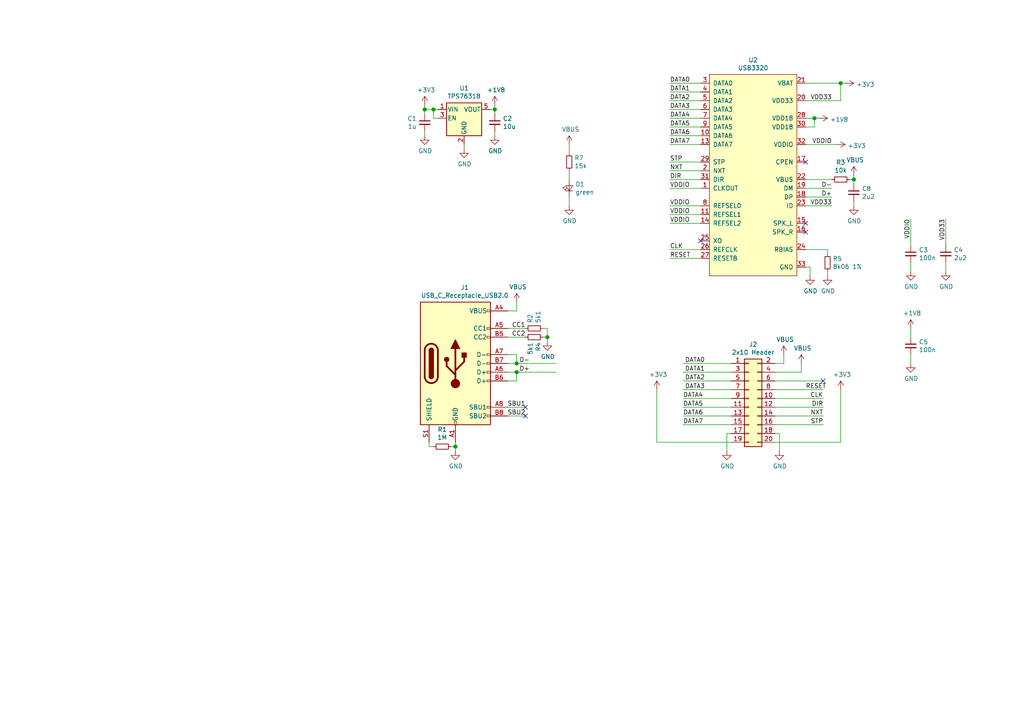
<source format=kicad_sch>
(kicad_sch (version 20210406) (generator eeschema)
  (paper "A4")
  (title_block (title "USB PMOD ULPI") (date "2021-02-26") (rev "2") (comment 1 "License: CC-BY-SA 4.0") (comment 2 "Author: Tobias Müller, twam.info"))
  (lib_symbols
    (symbol "Connector_Generic:Conn_02x10_Odd_Even" (pin_names (offset 1.016) hide)
      (property "Reference" "J" (at 1.27 12.7 0))
      (property "Value" "Conn_02x10_Odd_Even" (at 1.27 -15.24 0))
      (symbol "Conn_02x10_Odd_Even_1_1"
        (rectangle (start -1.27 -12.573) (end 0 -12.827) (stroke (width 0.1524)))
        (rectangle (start -1.27 -10.033) (end 0 -10.287) (stroke (width 0.1524)))
        (rectangle (start -1.27 -7.493) (end 0 -7.747) (stroke (width 0.1524)))
        (rectangle (start -1.27 -4.953) (end 0 -5.207) (stroke (width 0.1524)))
        (rectangle (start -1.27 -2.413) (end 0 -2.667) (stroke (width 0.1524)))
        (rectangle (start -1.27 0.127) (end 0 -0.127) (stroke (width 0.1524)))
        (rectangle (start -1.27 2.667) (end 0 2.413) (stroke (width 0.1524)))
        (rectangle (start -1.27 5.207) (end 0 4.953) (stroke (width 0.1524)))
        (rectangle (start -1.27 7.747) (end 0 7.493) (stroke (width 0.1524)))
        (rectangle (start -1.27 10.287) (end 0 10.033) (stroke (width 0.1524)))
        (rectangle (start 3.81 -12.573) (end 2.54 -12.827) (stroke (width 0.1524)))
        (rectangle (start 3.81 -10.033) (end 2.54 -10.287) (stroke (width 0.1524)))
        (rectangle (start 3.81 -7.493) (end 2.54 -7.747) (stroke (width 0.1524)))
        (rectangle (start 3.81 -4.953) (end 2.54 -5.207) (stroke (width 0.1524)))
        (rectangle (start 3.81 -2.413) (end 2.54 -2.667) (stroke (width 0.1524)))
        (rectangle (start 3.81 0.127) (end 2.54 -0.127) (stroke (width 0.1524)))
        (rectangle (start 3.81 2.667) (end 2.54 2.413) (stroke (width 0.1524)))
        (rectangle (start 3.81 5.207) (end 2.54 4.953) (stroke (width 0.1524)))
        (rectangle (start 3.81 7.747) (end 2.54 7.493) (stroke (width 0.1524)))
        (rectangle (start 3.81 10.287) (end 2.54 10.033) (stroke (width 0.1524)))
        (rectangle (start -1.27 11.43) (end 3.81 -13.97) (stroke (width 0.254)) (fill (type background)))
        (pin passive line (at -5.08 10.16 0) (length 3.81) (name "Pin_1") (number "1"))
        (pin passive line (at 7.62 0 180) (length 3.81) (name "Pin_10") (number "10"))
        (pin passive line (at -5.08 -2.54 0) (length 3.81) (name "Pin_11") (number "11"))
        (pin passive line (at 7.62 -2.54 180) (length 3.81) (name "Pin_12") (number "12"))
        (pin passive line (at -5.08 -5.08 0) (length 3.81) (name "Pin_13") (number "13"))
        (pin passive line (at 7.62 -5.08 180) (length 3.81) (name "Pin_14") (number "14"))
        (pin passive line (at -5.08 -7.62 0) (length 3.81) (name "Pin_15") (number "15"))
        (pin passive line (at 7.62 -7.62 180) (length 3.81) (name "Pin_16") (number "16"))
        (pin passive line (at -5.08 -10.16 0) (length 3.81) (name "Pin_17") (number "17"))
        (pin passive line (at 7.62 -10.16 180) (length 3.81) (name "Pin_18") (number "18"))
        (pin passive line (at -5.08 -12.7 0) (length 3.81) (name "Pin_19") (number "19"))
        (pin passive line (at 7.62 10.16 180) (length 3.81) (name "Pin_2") (number "2"))
        (pin passive line (at 7.62 -12.7 180) (length 3.81) (name "Pin_20") (number "20"))
        (pin passive line (at -5.08 7.62 0) (length 3.81) (name "Pin_3") (number "3"))
        (pin passive line (at 7.62 7.62 180) (length 3.81) (name "Pin_4") (number "4"))
        (pin passive line (at -5.08 5.08 0) (length 3.81) (name "Pin_5") (number "5"))
        (pin passive line (at 7.62 5.08 180) (length 3.81) (name "Pin_6") (number "6"))
        (pin passive line (at -5.08 2.54 0) (length 3.81) (name "Pin_7") (number "7"))
        (pin passive line (at 7.62 2.54 180) (length 3.81) (name "Pin_8") (number "8"))
        (pin passive line (at -5.08 0 0) (length 3.81) (name "Pin_9") (number "9"))
      )
    )
    (symbol "Device:C_Small" (pin_numbers hide) (pin_names (offset 0.254) hide)
      (property "Reference" "C" (at 0.254 1.778 0))
      (property "Value" "C_Small" (at 0.254 -2.032 0))
      (symbol "C_Small_0_1"
        (polyline (pts (xy -1.524 -0.508) (xy 1.524 -0.508)) (stroke (width 0.3302)))
        (polyline (pts (xy -1.524 0.508) (xy 1.524 0.508)) (stroke (width 0.3048)))
      )
      (symbol "C_Small_1_1"
        (pin passive line (at 0 2.54 270) (length 2.032) (name "~") (number "1"))
        (pin passive line (at 0 -2.54 90) (length 2.032) (name "~") (number "2"))
      )
    )
    (symbol "Device:LED_Small" (pin_numbers hide) (pin_names (offset 0.254) hide)
      (property "Reference" "D" (at -1.27 3.175 0))
      (property "Value" "LED_Small" (at -4.445 -2.54 0))
      (symbol "LED_Small_0_1"
        (polyline (pts (xy -0.762 -1.016) (xy -0.762 1.016)))
        (polyline (pts (xy 1.016 0) (xy -0.762 0)))
        (polyline (pts (xy 0.762 -1.016) (xy -0.762 0) (xy 0.762 1.016) (xy 0.762 -1.016)))
        (polyline (pts (xy 0 0.762) (xy -0.508 1.27) (xy -0.254 1.27) (xy -0.508 1.27) (xy -0.508 1.016)))
        (polyline (pts (xy 0.508 1.27) (xy 0 1.778) (xy 0.254 1.778) (xy 0 1.778) (xy 0 1.524)))
      )
      (symbol "LED_Small_1_1"
        (pin passive line (at -2.54 0 0) (length 1.778) (name "K") (number "1"))
        (pin passive line (at 2.54 0 180) (length 1.778) (name "A") (number "2"))
      )
    )
    (symbol "Device:R_Small" (pin_numbers hide) (pin_names (offset 0.254) hide)
      (property "Reference" "R" (at 0.762 0.508 0))
      (property "Value" "R_Small" (at 0.762 -1.016 0))
      (symbol "R_Small_0_1"
        (rectangle (start -0.762 1.778) (end 0.762 -1.778) (stroke (width 0.2032)))
      )
      (symbol "R_Small_1_1"
        (pin passive line (at 0 2.54 270) (length 0.762) (name "~") (number "1"))
        (pin passive line (at 0 -2.54 90) (length 0.762) (name "~") (number "2"))
      )
    )
    (symbol "PmodUsbUlpi-rescue:USB3320-twam-Misc" (pin_names (offset 1.016))
      (property "Reference" "U" (at 0 31.75 0))
      (property "Value" "USB3320-twam-Misc" (at 0 -29.21 0))
      (symbol "USB3320-twam-Misc_0_1"
        (rectangle (start -12.7 30.48) (end 12.7 -27.94) (fill (type background)))
      )
      (symbol "USB3320-twam-Misc_1_1"
        (pin output line (at -15.24 -2.54 0) (length 2.54) (name "CLKOUT") (number "1"))
        (pin bidirectional line (at -15.24 12.7 0) (length 2.54) (name "DATA6") (number "10"))
        (pin input line (at -15.24 -10.16 0) (length 2.54) (name "REFSEL1") (number "11"))
        (pin no_connect line (at -15.24 -25.4 0) (length 2.54) hide (name "~") (number "12"))
        (pin bidirectional line (at -15.24 10.16 0) (length 2.54) (name "DATA7") (number "13"))
        (pin input line (at -15.24 -12.7 0) (length 2.54) (name "REFSEL2") (number "14"))
        (pin bidirectional line (at 15.24 -12.7 180) (length 2.54) (name "SPK_L") (number "15"))
        (pin bidirectional line (at 15.24 -15.24 180) (length 2.54) (name "SPK_R") (number "16"))
        (pin output line (at 15.24 5.08 180) (length 2.54) (name "CPEN") (number "17"))
        (pin bidirectional line (at 15.24 -5.08 180) (length 2.54) (name "DP") (number "18"))
        (pin bidirectional line (at 15.24 -2.54 180) (length 2.54) (name "DM") (number "19"))
        (pin output line (at -15.24 2.54 0) (length 2.54) (name "NXT") (number "2"))
        (pin power_out line (at 15.24 22.86 180) (length 2.54) (name "VDD33") (number "20"))
        (pin power_in line (at 15.24 27.94 180) (length 2.54) (name "VBAT") (number "21"))
        (pin input line (at 15.24 0 180) (length 2.54) (name "VBUS") (number "22"))
        (pin input line (at 15.24 -7.62 180) (length 2.54) (name "ID") (number "23"))
        (pin passive line (at 15.24 -20.32 180) (length 2.54) (name "RBIAS") (number "24"))
        (pin output line (at -15.24 -17.78 0) (length 2.54) (name "XO") (number "25"))
        (pin input line (at -15.24 -20.32 0) (length 2.54) (name "REFCLK") (number "26"))
        (pin input line (at -15.24 -22.86 0) (length 2.54) (name "RESETB") (number "27"))
        (pin power_in line (at 15.24 17.78 180) (length 2.54) (name "VDD18") (number "28"))
        (pin input line (at -15.24 5.08 0) (length 2.54) (name "STP") (number "29"))
        (pin bidirectional line (at -15.24 27.94 0) (length 2.54) (name "DATA0") (number "3"))
        (pin power_in line (at 15.24 15.24 180) (length 2.54) (name "VDD18") (number "30"))
        (pin output line (at -15.24 0 0) (length 2.54) (name "DIR") (number "31"))
        (pin power_in line (at 15.24 10.16 180) (length 2.54) (name "VDDIO") (number "32"))
        (pin power_in line (at 15.24 -25.4 180) (length 2.54) (name "GND") (number "33"))
        (pin bidirectional line (at -15.24 25.4 0) (length 2.54) (name "DATA1") (number "4"))
        (pin bidirectional line (at -15.24 22.86 0) (length 2.54) (name "DATA2") (number "5"))
        (pin bidirectional line (at -15.24 20.32 0) (length 2.54) (name "DATA3") (number "6"))
        (pin bidirectional line (at -15.24 17.78 0) (length 2.54) (name "DATA4") (number "7"))
        (pin input line (at -15.24 -7.62 0) (length 2.54) (name "REFSEL0") (number "8"))
        (pin bidirectional line (at -15.24 15.24 0) (length 2.54) (name "DATA5") (number "9"))
      )
    )
    (symbol "PmodUsbUlpi-rescue:USB_C_Receptacle_USB2.0-Connector" (pin_names (offset 1.016))
      (property "Reference" "J" (at -10.16 19.05 0))
      (property "Value" "USB_C_Receptacle_USB2.0-Connector" (at 19.05 19.05 0))
      (symbol "USB_C_Receptacle_USB2.0-Connector_0_0"
        (rectangle (start -0.254 -17.78) (end 0.254 -16.764))
        (rectangle (start 10.16 -14.986) (end 9.144 -15.494))
        (rectangle (start 10.16 -12.446) (end 9.144 -12.954))
        (rectangle (start 10.16 -4.826) (end 9.144 -5.334))
        (rectangle (start 10.16 -2.286) (end 9.144 -2.794))
        (rectangle (start 10.16 0.254) (end 9.144 -0.254))
        (rectangle (start 10.16 2.794) (end 9.144 2.286))
        (rectangle (start 10.16 7.874) (end 9.144 7.366))
        (rectangle (start 10.16 10.414) (end 9.144 9.906))
        (rectangle (start 10.16 15.494) (end 9.144 14.986))
      )
      (symbol "USB_C_Receptacle_USB2.0-Connector_0_1"
        (arc (start -8.89 -3.81) (end -5.08 -3.81) (radius (at -6.985 -3.81) (length 1.905) (angles -179.9 -0.1)) (stroke (width 0.508)))
        (arc (start -7.62 -3.81) (end -6.35 -3.81) (radius (at -6.985 -3.81) (length 0.635) (angles -179.9 -0.1)) (stroke (width 0.254)))
        (arc (start -6.35 3.81) (end -7.62 3.81) (radius (at -6.985 3.81) (length 0.635) (angles 0.1 179.9)) (stroke (width 0.254)))
        (arc (start -5.08 3.81) (end -8.89 3.81) (radius (at -6.985 3.81) (length 1.905) (angles 0.1 179.9)) (stroke (width 0.508)))
        (arc (start -7.62 -3.81) (end -6.35 -3.81) (radius (at -6.985 -3.81) (length 0.635) (angles -179.9 -0.1)) (stroke (width 0.254)) (fill (type outline)))
        (arc (start -6.35 3.81) (end -7.62 3.81) (radius (at -6.985 3.81) (length 0.635) (angles 0.1 179.9)) (stroke (width 0.254)) (fill (type outline)))
        (circle (center -2.54 1.143) (radius 0.635) (stroke (width 0.254)) (fill (type outline)))
        (circle (center 0 -5.842) (radius 1.27) (fill (type outline)))
        (rectangle (start -7.62 -3.81) (end -6.35 3.81) (stroke (width 0.254)) (fill (type outline)))
        (rectangle (start 1.905 1.778) (end 3.175 3.048) (stroke (width 0.254)) (fill (type outline)))
        (rectangle (start -10.16 17.78) (end 10.16 -17.78) (stroke (width 0.254)) (fill (type background)))
        (polyline (pts (xy -8.89 -3.81) (xy -8.89 3.81)) (stroke (width 0.508)))
        (polyline (pts (xy -5.08 3.81) (xy -5.08 -3.81)) (stroke (width 0.508)))
        (polyline (pts (xy 0 -5.842) (xy 0 4.318)) (stroke (width 0.508)))
        (polyline (pts (xy 0 -3.302) (xy -2.54 -0.762) (xy -2.54 0.508)) (stroke (width 0.508)))
        (polyline (pts (xy 0 -2.032) (xy 2.54 0.508) (xy 2.54 1.778)) (stroke (width 0.508)))
        (polyline (pts (xy -1.27 4.318) (xy 0 6.858) (xy 1.27 4.318) (xy -1.27 4.318)) (stroke (width 0.254)) (fill (type outline)))
      )
      (symbol "USB_C_Receptacle_USB2.0-Connector_1_1"
        (pin passive line (at 0 -22.86 90) (length 5.08) (name "GND") (number "A1"))
        (pin passive line (at 0 -22.86 90) (length 5.08) hide (name "GND") (number "A12"))
        (pin passive line (at 15.24 15.24 180) (length 5.08) (name "VBUS") (number "A4"))
        (pin bidirectional line (at 15.24 10.16 180) (length 5.08) (name "CC1") (number "A5"))
        (pin bidirectional line (at 15.24 -2.54 180) (length 5.08) (name "D+") (number "A6"))
        (pin bidirectional line (at 15.24 2.54 180) (length 5.08) (name "D-") (number "A7"))
        (pin bidirectional line (at 15.24 -12.7 180) (length 5.08) (name "SBU1") (number "A8"))
        (pin passive line (at 15.24 15.24 180) (length 5.08) hide (name "VBUS") (number "A9"))
        (pin passive line (at 0 -22.86 90) (length 5.08) hide (name "GND") (number "B1"))
        (pin passive line (at 0 -22.86 90) (length 5.08) hide (name "GND") (number "B12"))
        (pin passive line (at 15.24 15.24 180) (length 5.08) hide (name "VBUS") (number "B4"))
        (pin bidirectional line (at 15.24 7.62 180) (length 5.08) (name "CC2") (number "B5"))
        (pin bidirectional line (at 15.24 -5.08 180) (length 5.08) (name "D+") (number "B6"))
        (pin bidirectional line (at 15.24 0 180) (length 5.08) (name "D-") (number "B7"))
        (pin bidirectional line (at 15.24 -15.24 180) (length 5.08) (name "SBU2") (number "B8"))
        (pin passive line (at 15.24 15.24 180) (length 5.08) hide (name "VBUS") (number "B9"))
        (pin passive line (at -7.62 -22.86 90) (length 5.08) (name "SHIELD") (number "S1"))
      )
    )
    (symbol "Regulator_Linear:TPS76318" (pin_names (offset 0.254))
      (property "Reference" "U" (at -3.81 5.715 0))
      (property "Value" "TPS76318" (at 0 5.715 0))
      (symbol "TPS76318_0_1"
        (rectangle (start -5.08 4.445) (end 5.08 -5.08) (stroke (width 0.254)) (fill (type background)))
      )
      (symbol "TPS76318_1_1"
        (pin power_in line (at -7.62 2.54 0) (length 2.54) (name "VIN") (number "1"))
        (pin power_in line (at 0 -7.62 90) (length 2.54) (name "GND") (number "2"))
        (pin input line (at -7.62 0 0) (length 2.54) (name "EN") (number "3"))
        (pin no_connect line (at 7.62 0 180) (length 2.54) hide (name "NC") (number "4"))
        (pin power_out line (at 7.62 2.54 180) (length 2.54) (name "VOUT") (number "5"))
      )
    )
    (symbol "power:+1V8" (power) (pin_names (offset 0))
      (property "Value" "+1V8" (at 0 3.556 0))
      (symbol "+1V8_0_1"
        (polyline (pts (xy -0.762 1.27) (xy 0 2.54)))
        (polyline (pts (xy 0 0) (xy 0 2.54)))
        (polyline (pts (xy 0 2.54) (xy 0.762 1.27)))
      )
      (symbol "+1V8_1_1"
        (pin power_in line (at 0 0 90) (length 0) hide (name "+1V8") (number "1"))
      )
    )
    (symbol "power:+3.3V" (power) (pin_names (offset 0))
      (property "Value" "+3.3V" (at 0 3.556 0))
      (symbol "+3.3V_0_1"
        (polyline (pts (xy -0.762 1.27) (xy 0 2.54)))
        (polyline (pts (xy 0 0) (xy 0 2.54)))
        (polyline (pts (xy 0 2.54) (xy 0.762 1.27)))
      )
      (symbol "+3.3V_1_1"
        (pin power_in line (at 0 0 90) (length 0) hide (name "+3V3") (number "1"))
      )
    )
    (symbol "power:+3V3" (power) (pin_names (offset 0))
      (property "Value" "+3V3" (at 0 3.556 0))
      (symbol "+3V3_0_1"
        (polyline (pts (xy -0.762 1.27) (xy 0 2.54)))
        (polyline (pts (xy 0 0) (xy 0 2.54)))
        (polyline (pts (xy 0 2.54) (xy 0.762 1.27)))
      )
      (symbol "+3V3_1_1"
        (pin power_in line (at 0 0 90) (length 0) hide (name "+3V3") (number "1"))
      )
    )
    (symbol "power:GND" (power) (pin_names (offset 0))
      (property "Value" "GND" (at 0 -3.81 0))
      (symbol "GND_0_1"
        (polyline (pts (xy 0 0) (xy 0 -1.27) (xy 1.27 -1.27) (xy 0 -2.54) (xy -1.27 -1.27) (xy 0 -1.27)))
      )
      (symbol "GND_1_1"
        (pin power_in line (at 0 0 270) (length 0) hide (name "GND") (number "1"))
      )
    )
    (symbol "power:VBUS" (power) (pin_names (offset 0))
      (property "Value" "VBUS" (at 0 3.81 0))
      (symbol "VBUS_0_1"
        (polyline (pts (xy -0.762 1.27) (xy 0 2.54)))
        (polyline (pts (xy 0 0) (xy 0 2.54)))
        (polyline (pts (xy 0 2.54) (xy 0.762 1.27)))
      )
      (symbol "VBUS_1_1"
        (pin power_in line (at 0 0 90) (length 0) hide (name "VBUS") (number "1"))
      )
    )
  )
  (junction (at 123.19 31.75) (diameter 1.016))
  (junction (at 125.73 31.75) (diameter 1.016))
  (junction (at 132.08 129.54) (diameter 1.016))
  (junction (at 143.51 31.75) (diameter 1.016))
  (junction (at 149.86 105.41) (diameter 1.016))
  (junction (at 149.86 107.95) (diameter 1.016))
  (junction (at 158.75 97.79) (diameter 1.016))
  (junction (at 236.22 34.29) (diameter 1.016))
  (junction (at 243.84 24.13) (diameter 1.016))
  (junction (at 247.65 52.07) (diameter 1.016))
  (no_connect (at 152.4 118.11))
  (no_connect (at 152.4 120.65))
  (no_connect (at 203.2 69.85))
  (no_connect (at 233.68 46.99))
  (no_connect (at 233.68 64.77))
  (no_connect (at 233.68 67.31))
  (no_connect (at 238.76 110.49))
  (wire (pts (xy 123.19 30.48) (xy 123.19 31.75)))
  (wire (pts (xy 123.19 33.02) (xy 123.19 31.75)))
  (wire (pts (xy 123.19 39.37) (xy 123.19 38.1)))
  (wire (pts (xy 124.46 128.27) (xy 124.46 129.54)))
  (wire (pts (xy 124.46 129.54) (xy 125.73 129.54)))
  (wire (pts (xy 125.73 31.75) (xy 123.19 31.75)))
  (wire (pts (xy 125.73 31.75) (xy 127 31.75)))
  (wire (pts (xy 125.73 34.29) (xy 125.73 31.75)))
  (wire (pts (xy 127 34.29) (xy 125.73 34.29)))
  (wire (pts (xy 130.81 129.54) (xy 132.08 129.54)))
  (wire (pts (xy 132.08 129.54) (xy 132.08 128.27)))
  (wire (pts (xy 132.08 130.81) (xy 132.08 129.54)))
  (wire (pts (xy 134.62 43.18) (xy 134.62 41.91)))
  (wire (pts (xy 142.24 31.75) (xy 143.51 31.75)))
  (wire (pts (xy 143.51 30.48) (xy 143.51 31.75)))
  (wire (pts (xy 143.51 31.75) (xy 143.51 33.02)))
  (wire (pts (xy 143.51 39.37) (xy 143.51 38.1)))
  (wire (pts (xy 147.32 90.17) (xy 149.86 90.17)))
  (wire (pts (xy 147.32 95.25) (xy 152.4 95.25)))
  (wire (pts (xy 147.32 97.79) (xy 152.4 97.79)))
  (wire (pts (xy 147.32 102.87) (xy 149.86 102.87)))
  (wire (pts (xy 147.32 107.95) (xy 149.86 107.95)))
  (wire (pts (xy 147.32 118.11) (xy 152.4 118.11)))
  (wire (pts (xy 149.86 90.17) (xy 149.86 87.63)))
  (wire (pts (xy 149.86 102.87) (xy 149.86 105.41)))
  (wire (pts (xy 149.86 105.41) (xy 147.32 105.41)))
  (wire (pts (xy 149.86 105.41) (xy 161.29 105.41)))
  (wire (pts (xy 149.86 107.95) (xy 149.86 110.49)))
  (wire (pts (xy 149.86 107.95) (xy 161.29 107.95)))
  (wire (pts (xy 149.86 110.49) (xy 147.32 110.49)))
  (wire (pts (xy 152.4 120.65) (xy 147.32 120.65)))
  (wire (pts (xy 157.48 97.79) (xy 158.75 97.79)))
  (wire (pts (xy 158.75 95.25) (xy 157.48 95.25)))
  (wire (pts (xy 158.75 97.79) (xy 158.75 95.25)))
  (wire (pts (xy 158.75 99.06) (xy 158.75 97.79)))
  (wire (pts (xy 165.1 41.91) (xy 165.1 44.45)))
  (wire (pts (xy 165.1 52.07) (xy 165.1 49.53)))
  (wire (pts (xy 165.1 57.15) (xy 165.1 59.69)))
  (wire (pts (xy 190.5 128.27) (xy 190.5 113.03)))
  (wire (pts (xy 190.5 128.27) (xy 212.09 128.27)))
  (wire (pts (xy 194.31 24.13) (xy 203.2 24.13)))
  (wire (pts (xy 194.31 29.21) (xy 203.2 29.21)))
  (wire (pts (xy 194.31 34.29) (xy 203.2 34.29)))
  (wire (pts (xy 194.31 39.37) (xy 203.2 39.37)))
  (wire (pts (xy 194.31 46.99) (xy 203.2 46.99)))
  (wire (pts (xy 194.31 52.07) (xy 203.2 52.07)))
  (wire (pts (xy 194.31 54.61) (xy 203.2 54.61)))
  (wire (pts (xy 194.31 59.69) (xy 203.2 59.69)))
  (wire (pts (xy 194.31 64.77) (xy 203.2 64.77)))
  (wire (pts (xy 194.31 74.93) (xy 203.2 74.93)))
  (wire (pts (xy 198.12 105.41) (xy 212.09 105.41)))
  (wire (pts (xy 198.12 107.95) (xy 212.09 107.95)))
  (wire (pts (xy 198.12 110.49) (xy 212.09 110.49)))
  (wire (pts (xy 198.12 113.03) (xy 212.09 113.03)))
  (wire (pts (xy 198.12 115.57) (xy 212.09 115.57)))
  (wire (pts (xy 198.12 118.11) (xy 212.09 118.11)))
  (wire (pts (xy 198.12 120.65) (xy 212.09 120.65)))
  (wire (pts (xy 198.12 123.19) (xy 212.09 123.19)))
  (wire (pts (xy 203.2 26.67) (xy 194.31 26.67)))
  (wire (pts (xy 203.2 31.75) (xy 194.31 31.75)))
  (wire (pts (xy 203.2 36.83) (xy 194.31 36.83)))
  (wire (pts (xy 203.2 41.91) (xy 194.31 41.91)))
  (wire (pts (xy 203.2 49.53) (xy 194.31 49.53)))
  (wire (pts (xy 203.2 62.23) (xy 194.31 62.23)))
  (wire (pts (xy 203.2 72.39) (xy 194.31 72.39)))
  (wire (pts (xy 210.82 125.73) (xy 210.82 130.81)))
  (wire (pts (xy 212.09 125.73) (xy 210.82 125.73)))
  (wire (pts (xy 224.79 105.41) (xy 227.33 105.41)))
  (wire (pts (xy 224.79 107.95) (xy 232.41 107.95)))
  (wire (pts (xy 224.79 110.49) (xy 238.76 110.49)))
  (wire (pts (xy 224.79 113.03) (xy 238.76 113.03)))
  (wire (pts (xy 224.79 115.57) (xy 238.76 115.57)))
  (wire (pts (xy 224.79 118.11) (xy 238.76 118.11)))
  (wire (pts (xy 224.79 120.65) (xy 238.76 120.65)))
  (wire (pts (xy 224.79 123.19) (xy 238.76 123.19)))
  (wire (pts (xy 224.79 125.73) (xy 226.06 125.73)))
  (wire (pts (xy 224.79 128.27) (xy 243.84 128.27)))
  (wire (pts (xy 226.06 125.73) (xy 226.06 130.81)))
  (wire (pts (xy 227.33 105.41) (xy 227.33 102.87)))
  (wire (pts (xy 232.41 107.95) (xy 232.41 105.41)))
  (wire (pts (xy 233.68 24.13) (xy 243.84 24.13)))
  (wire (pts (xy 233.68 29.21) (xy 243.84 29.21)))
  (wire (pts (xy 233.68 34.29) (xy 236.22 34.29)))
  (wire (pts (xy 233.68 41.91) (xy 242.57 41.91)))
  (wire (pts (xy 233.68 54.61) (xy 241.3 54.61)))
  (wire (pts (xy 233.68 57.15) (xy 241.3 57.15)))
  (wire (pts (xy 233.68 72.39) (xy 240.03 72.39)))
  (wire (pts (xy 233.68 77.47) (xy 234.95 77.47)))
  (wire (pts (xy 234.95 77.47) (xy 234.95 80.01)))
  (wire (pts (xy 236.22 34.29) (xy 236.22 36.83)))
  (wire (pts (xy 236.22 36.83) (xy 233.68 36.83)))
  (wire (pts (xy 237.49 34.29) (xy 236.22 34.29)))
  (wire (pts (xy 240.03 72.39) (xy 240.03 73.66)))
  (wire (pts (xy 240.03 80.01) (xy 240.03 78.74)))
  (wire (pts (xy 241.3 52.07) (xy 233.68 52.07)))
  (wire (pts (xy 241.3 59.69) (xy 233.68 59.69)))
  (wire (pts (xy 243.84 24.13) (xy 243.84 29.21)))
  (wire (pts (xy 243.84 128.27) (xy 243.84 113.03)))
  (wire (pts (xy 245.11 24.13) (xy 243.84 24.13)))
  (wire (pts (xy 246.38 52.07) (xy 247.65 52.07)))
  (wire (pts (xy 247.65 52.07) (xy 247.65 50.8)))
  (wire (pts (xy 247.65 52.07) (xy 247.65 53.34)))
  (wire (pts (xy 247.65 59.69) (xy 247.65 58.42)))
  (wire (pts (xy 264.16 63.5) (xy 264.16 71.12)))
  (wire (pts (xy 264.16 78.74) (xy 264.16 76.2)))
  (wire (pts (xy 264.16 97.79) (xy 264.16 95.25)))
  (wire (pts (xy 264.16 105.41) (xy 264.16 102.87)))
  (wire (pts (xy 274.32 63.5) (xy 274.32 71.12)))
  (wire (pts (xy 274.32 78.74) (xy 274.32 76.2)))
  (label "CC1" (at 152.4 95.25 180))
  (label "CC2" (at 152.4 97.79 180))
  (label "SBU1" (at 152.4 118.11 180))
  (label "SBU2" (at 152.4 120.65 180))
  (label "D-" (at 153.67 105.41 180))
  (label "D+" (at 153.67 107.95 180))
  (label "DATA0" (at 194.31 24.13 0))
  (label "DATA1" (at 194.31 26.67 0))
  (label "DATA2" (at 194.31 29.21 0))
  (label "DATA3" (at 194.31 31.75 0))
  (label "DATA4" (at 194.31 34.29 0))
  (label "DATA5" (at 194.31 36.83 0))
  (label "DATA6" (at 194.31 39.37 0))
  (label "DATA7" (at 194.31 41.91 0))
  (label "STP" (at 194.31 46.99 0))
  (label "NXT" (at 194.31 49.53 0))
  (label "DIR" (at 194.31 52.07 0))
  (label "VDDIO" (at 194.31 54.61 0))
  (label "VDDIO" (at 194.31 59.69 0))
  (label "VDDIO" (at 194.31 62.23 0))
  (label "VDDIO" (at 194.31 64.77 0))
  (label "CLK" (at 194.31 72.39 0))
  (label "RESET" (at 194.31 74.93 0))
  (label "DATA4" (at 198.12 115.57 0))
  (label "DATA5" (at 198.12 118.11 0))
  (label "DATA6" (at 198.12 120.65 0))
  (label "DATA7" (at 198.12 123.19 0))
  (label "DATA0" (at 204.47 105.41 180))
  (label "DATA1" (at 204.47 107.95 180))
  (label "DATA2" (at 204.47 110.49 180))
  (label "DATA3" (at 204.47 113.03 180))
  (label "RESET" (at 233.68 113.03 0))
  (label "CLK" (at 238.76 115.57 180))
  (label "DIR" (at 238.76 118.11 180))
  (label "NXT" (at 238.76 120.65 180))
  (label "STP" (at 238.76 123.19 180))
  (label "VDD33" (at 241.3 29.21 180))
  (label "VDDIO" (at 241.3 41.91 180))
  (label "D-" (at 241.3 54.61 180))
  (label "D+" (at 241.3 57.15 180))
  (label "VDD33" (at 241.3 59.69 180))
  (label "VDDIO" (at 264.16 63.5 270))
  (label "VDD33" (at 274.32 63.5 270))
  (symbol (lib_id "power:+3V3") (at 123.19 30.48 0) (unit 1)
    (property "Reference" "#PWR0126" (effects hide))
    (property "Value" "+3V3" (at 123.571 26.0858 0))
  )
  (symbol (lib_id "power:+1V8") (at 143.51 30.48 0) (unit 1)
    (property "Reference" "#PWR0127" (effects hide))
    (property "Value" "+1V8" (at 143.891 26.0858 0))
  )
  (symbol (lib_id "power:VBUS") (at 149.86 87.63 0) (unit 1)
    (property "Reference" "#PWR0114" (effects hide))
    (property "Value" "VBUS" (at 150.241 83.2358 0))
  )
  (symbol (lib_id "power:VBUS") (at 165.1 41.91 0) (unit 1)
    (property "Reference" "#PWR0109" (effects hide))
    (property "Value" "VBUS" (at 165.481 37.5158 0))
  )
  (symbol (lib_id "power:+3.3V") (at 190.5 113.03 0) (unit 1)
    (property "Reference" "#PWR0117" (effects hide))
    (property "Value" "+3.3V" (at 190.881 108.6358 0))
  )
  (symbol (lib_id "power:VBUS") (at 227.33 102.87 0) (unit 1)
    (property "Reference" "#PWR0102" (effects hide))
    (property "Value" "VBUS" (at 227.711 98.4758 0))
  )
  (symbol (lib_id "power:VBUS") (at 232.41 105.41 0) (unit 1)
    (property "Reference" "#PWR0106" (effects hide))
    (property "Value" "VBUS" (at 232.791 101.0158 0))
  )
  (symbol (lib_id "power:+1V8") (at 237.49 34.29 270) (unit 1)
    (property "Reference" "#PWR0115" (effects hide))
    (property "Value" "+1V8" (at 240.7412 34.671 90) (effects (justify left)))
  )
  (symbol (lib_id "power:+3V3") (at 242.57 41.91 270) (unit 1)
    (property "Reference" "#PWR0124" (effects hide))
    (property "Value" "+3V3" (at 245.8212 42.291 90) (effects (justify left)))
  )
  (symbol (lib_id "power:+3.3V") (at 243.84 113.03 0) (unit 1)
    (property "Reference" "#PWR0112" (effects hide))
    (property "Value" "+3.3V" (at 244.221 108.6358 0))
  )
  (symbol (lib_id "power:+3V3") (at 245.11 24.13 270) (unit 1)
    (property "Reference" "#PWR0113" (effects hide))
    (property "Value" "+3V3" (at 248.3612 24.511 90) (effects (justify left)))
  )
  (symbol (lib_id "power:VBUS") (at 247.65 50.8 0) (unit 1)
    (property "Reference" "#PWR0131" (effects hide))
    (property "Value" "VBUS" (at 248.031 46.4058 0))
  )
  (symbol (lib_id "power:+1V8") (at 264.16 95.25 0) (unit 1)
    (property "Reference" "#PWR0125" (effects hide))
    (property "Value" "+1V8" (at 264.541 90.8558 0))
  )
  (symbol (lib_id "power:GND") (at 123.19 39.37 0) (unit 1)
    (property "Reference" "#PWR0122" (effects hide))
    (property "Value" "GND" (at 123.317 43.7642 0))
  )
  (symbol (lib_id "power:GND") (at 132.08 130.81 0) (unit 1)
    (property "Reference" "#PWR0101" (effects hide))
    (property "Value" "GND" (at 132.207 135.2042 0))
  )
  (symbol (lib_id "power:GND") (at 134.62 43.18 0) (unit 1)
    (property "Reference" "#PWR0120" (effects hide))
    (property "Value" "GND" (at 134.747 47.5742 0))
  )
  (symbol (lib_id "power:GND") (at 143.51 39.37 0) (unit 1)
    (property "Reference" "#PWR0121" (effects hide))
    (property "Value" "GND" (at 143.637 43.7642 0))
  )
  (symbol (lib_id "power:GND") (at 158.75 99.06 0) (unit 1)
    (property "Reference" "#PWR0104" (effects hide))
    (property "Value" "GND" (at 158.877 103.4542 0))
  )
  (symbol (lib_id "power:GND") (at 165.1 59.69 0) (unit 1)
    (property "Reference" "#PWR0108" (effects hide))
    (property "Value" "GND" (at 165.227 64.0842 0))
  )
  (symbol (lib_id "power:GND") (at 210.82 130.81 0) (unit 1)
    (property "Reference" "#PWR0116" (effects hide))
    (property "Value" "GND" (at 210.947 135.2042 0))
  )
  (symbol (lib_id "power:GND") (at 226.06 130.81 0) (unit 1)
    (property "Reference" "#PWR0103" (effects hide))
    (property "Value" "GND" (at 226.187 135.2042 0))
  )
  (symbol (lib_id "power:GND") (at 234.95 80.01 0) (unit 1)
    (property "Reference" "#PWR0105" (effects hide))
    (property "Value" "GND" (at 235.077 84.4042 0))
  )
  (symbol (lib_id "power:GND") (at 240.03 80.01 0) (unit 1)
    (property "Reference" "#PWR0107" (effects hide))
    (property "Value" "GND" (at 240.157 84.4042 0))
  )
  (symbol (lib_id "power:GND") (at 247.65 59.69 0) (unit 1)
    (property "Reference" "#PWR0132" (effects hide))
    (property "Value" "GND" (at 247.777 64.0842 0))
  )
  (symbol (lib_id "power:GND") (at 264.16 78.74 0) (unit 1)
    (property "Reference" "#PWR0118" (effects hide))
    (property "Value" "GND" (at 264.287 83.1342 0))
  )
  (symbol (lib_id "power:GND") (at 264.16 105.41 0) (unit 1)
    (property "Reference" "#PWR0123" (effects hide))
    (property "Value" "GND" (at 264.287 109.8042 0))
  )
  (symbol (lib_id "power:GND") (at 274.32 78.74 0) (unit 1)
    (property "Reference" "#PWR0119" (effects hide))
    (property "Value" "GND" (at 274.447 83.1342 0))
  )
  (symbol (lib_id "Device:R_Small") (at 128.27 129.54 270) (unit 1)
    (property "Reference" "R1" (at 128.27 124.5616 90))
    (property "Value" "1M" (at 128.27 126.873 90))
    (property "Footprint" "Resistor_SMD:R_0603_1608Metric" (effects hide))
    (property "LCSC" "C22935" (effects hide))
  )
  (symbol (lib_id "Device:R_Small") (at 154.94 95.25 90) (unit 1)
    (property "Reference" "R2" (at 153.7716 93.7514 0) (effects (justify left)))
    (property "Value" "5k1" (at 156.083 93.7514 0) (effects (justify left)))
    (property "Footprint" "Resistor_SMD:R_0603_1608Metric" (effects hide))
    (property "LCSC" "C23186" (effects hide))
  )
  (symbol (lib_id "Device:R_Small") (at 154.94 97.79 270) (unit 1)
    (property "Reference" "R4" (at 156.1084 99.2886 0) (effects (justify left)))
    (property "Value" "5k1" (at 153.797 99.2886 0) (effects (justify left)))
    (property "Footprint" "Resistor_SMD:R_0603_1608Metric" (effects hide))
    (property "LCSC" "C23186" (effects hide))
  )
  (symbol (lib_id "Device:R_Small") (at 165.1 46.99 0) (unit 1)
    (property "Reference" "R7" (at 166.5986 45.8216 0) (effects (justify left)))
    (property "Value" "15k" (at 166.5986 48.133 0) (effects (justify left)))
    (property "Footprint" "Resistor_SMD:R_0603_1608Metric" (effects hide))
    (property "LCSC" "C22809" (effects hide))
  )
  (symbol (lib_id "Device:R_Small") (at 240.03 76.2 0) (unit 1)
    (property "Reference" "R5" (at 241.5286 75.0316 0) (effects (justify left)))
    (property "Value" "8k06 1%" (at 241.5286 77.343 0) (effects (justify left)))
    (property "Footprint" "Resistor_SMD:R_0603_1608Metric" (effects hide))
    (property "LCSC" "C23112" (effects hide))
  )
  (symbol (lib_id "Device:R_Small") (at 243.84 52.07 270) (unit 1)
    (property "Reference" "R3" (at 243.84 47.0916 90))
    (property "Value" "10k" (at 243.84 49.403 90))
    (property "Footprint" "Resistor_SMD:R_0603_1608Metric" (effects hide))
    (property "LCSC" "C25804" (effects hide))
  )
  (symbol (lib_id "Device:LED_Small") (at 165.1 54.61 90) (unit 1)
    (property "Reference" "D1" (at 166.878 53.4416 90) (effects (justify right)))
    (property "Value" "green" (at 166.878 55.753 90) (effects (justify right)))
    (property "Footprint" "LED_SMD:LED_0603_1608Metric" (effects hide))
    (property "LCSC" "C72043" (effects hide))
  )
  (symbol (lib_id "Device:C_Small") (at 123.19 35.56 0) (mirror y) (unit 1)
    (property "Reference" "C1" (at 120.8532 34.3916 0) (effects (justify left)))
    (property "Value" "1u" (at 120.8532 36.703 0) (effects (justify left)))
    (property "Footprint" "Capacitor_SMD:C_0603_1608Metric" (effects hide))
    (property "LCSC" "C15849" (effects hide))
  )
  (symbol (lib_id "Device:C_Small") (at 143.51 35.56 0) (unit 1)
    (property "Reference" "C2" (at 145.8468 34.3916 0) (effects (justify left)))
    (property "Value" "10u" (at 145.8468 36.703 0) (effects (justify left)))
    (property "Footprint" "Capacitor_SMD:C_0603_1608Metric" (effects hide))
    (property "LCSC" "C19702" (effects hide))
  )
  (symbol (lib_id "Device:C_Small") (at 247.65 55.88 0) (unit 1)
    (property "Reference" "C8" (at 249.9868 54.7116 0) (effects (justify left)))
    (property "Value" "2u2" (at 249.9868 57.023 0) (effects (justify left)))
    (property "Footprint" "Capacitor_SMD:C_0603_1608Metric" (effects hide))
    (property "LCSC" "C23630" (effects hide))
  )
  (symbol (lib_id "Device:C_Small") (at 264.16 73.66 0) (unit 1)
    (property "Reference" "C3" (at 266.4968 72.4916 0) (effects (justify left)))
    (property "Value" "100n" (at 266.4968 74.803 0) (effects (justify left)))
    (property "Footprint" "Capacitor_SMD:C_0603_1608Metric" (effects hide))
    (property "LCSC" "C14663" (effects hide))
  )
  (symbol (lib_id "Device:C_Small") (at 264.16 100.33 0) (unit 1)
    (property "Reference" "C5" (at 266.4968 99.1616 0) (effects (justify left)))
    (property "Value" "100n" (at 266.4968 101.473 0) (effects (justify left)))
    (property "Footprint" "Capacitor_SMD:C_0603_1608Metric" (effects hide))
    (property "LCSC" "C14663" (effects hide))
  )
  (symbol (lib_id "Device:C_Small") (at 274.32 73.66 0) (unit 1)
    (property "Reference" "C4" (at 276.6568 72.4916 0) (effects (justify left)))
    (property "Value" "2u2" (at 276.6568 74.803 0) (effects (justify left)))
    (property "Footprint" "Capacitor_SMD:C_0603_1608Metric" (effects hide))
    (property "LCSC" "C23630" (effects hide))
  )
  (symbol (lib_id "Regulator_Linear:TPS76318") (at 134.62 34.29 0) (unit 1)
    (property "Reference" "U1" (at 134.62 25.6032 0))
    (property "Value" "TPS76318" (at 134.62 27.9146 0))
    (property "Footprint" "Package_TO_SOT_SMD:SOT-23-5" (effects hide))
    (property "Datasheet" "http://www.ti.com/lit/ds/symlink/tps763.pdf" (effects hide))
    (property "LCSC" "C7099" (effects hide))
  )
  (symbol (lib_id "Connector_Generic:Conn_02x10_Odd_Even") (at 217.17 115.57 0) (unit 1)
    (property "Reference" "J2" (at 218.44 99.8982 0))
    (property "Value" "2x10 Header" (at 218.44 102.2096 0))
    (property "Footprint" "Connector_PinHeader_2.54mm:PinHeader_2x10_P2.54mm_Horizontal" (effects hide))
  )
  (symbol (lib_id "PmodUsbUlpi-rescue:USB_C_Receptacle_USB2.0-Connector") (at 132.08 105.41 0) (unit 1)
    (property "Reference" "J1" (at 134.7978 83.3882 0))
    (property "Value" "USB_C_Receptacle_USB2.0" (at 134.7978 85.6996 0))
    (property "Footprint" "Connector_USB:USB_C_Receptacle_XKB_U262-16XN-4BVC11" (effects hide))
    (property "Datasheet" "https://www.usb.org/sites/default/files/documents/usb_type-c.zip" (effects hide))
    (property "LCSC" "C165948" (effects hide))
  )
  (symbol (lib_id "PmodUsbUlpi-rescue:USB3320-twam-Misc") (at 218.44 52.07 0) (unit 1)
    (property "Reference" "U2" (at 218.44 17.399 0))
    (property "Value" "USB3320" (at 218.44 19.7104 0))
    (property "Footprint" "Package_DFN_QFN:QFN-32-1EP_5x5mm_P0.5mm_EP3.3x3.3mm" (effects hide))
    (property "LCSC" "C132156" (effects hide))
  )
)
</source>
